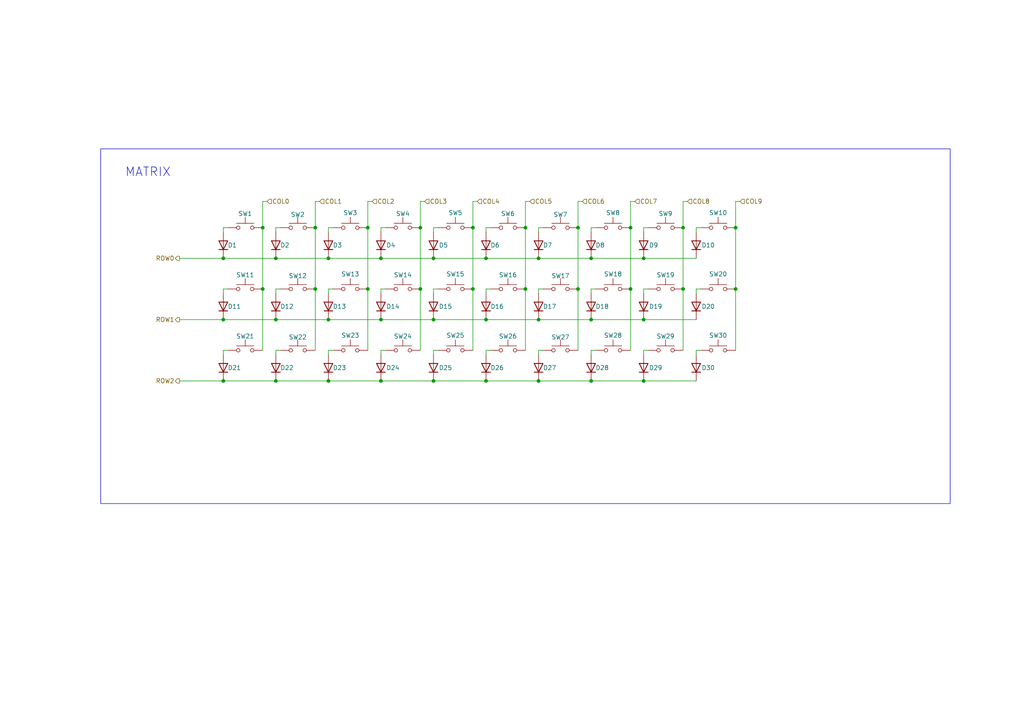
<source format=kicad_sch>
(kicad_sch (version 20231120) (generator "eeschema") (generator_version "8.0")
  (paper "A4")
  (title_block (title "Keyboard based on STM32L0xx") (date "2024-04-28") (rev "0.1") (company "https://github.com/Challmymind"))
  (lib_symbols
    (symbol "Device:D" (pin_numbers hide) (pin_names (offset 1.016) hide)
      (property "Reference" "D" (at 0 2.54 0))
      (property "Value" "D" (at 0 -2.54 0))
      (symbol "D_0_1"
        (polyline (pts (xy -1.27 1.27) (xy -1.27 -1.27)) (stroke (width 0.254)))
        (polyline (pts (xy 1.27 0) (xy -1.27 0)))
        (polyline (pts (xy 1.27 1.27) (xy 1.27 -1.27) (xy -1.27 0) (xy 1.27 1.27)) (stroke (width 0.254)))
      )
      (symbol "D_1_1"
        (pin passive line (at -3.81 0 0) (length 2.54) (name "K") (number "1"))
        (pin passive line (at 3.81 0 180) (length 2.54) (name "A") (number "2"))
      )
    )
    (symbol "Switch:SW_Push" (pin_numbers hide) (pin_names (offset 1.016) hide)
      (property "Reference" "SW" (at 1.27 2.54 0))
      (property "Value" "SW_Push" (at 0 -1.524 0))
      (symbol "SW_Push_0_1"
        (circle (center -2.032 0) (radius 0.508))
        (polyline (pts (xy 0 1.27) (xy 0 3.048)))
        (polyline (pts (xy 2.54 1.27) (xy -2.54 1.27)))
        (circle (center 2.032 0) (radius 0.508))
        (pin passive line (at -5.08 0 0) (length 2.54) (name "1") (number "1"))
        (pin passive line (at 5.08 0 180) (length 2.54) (name "2") (number "2"))
      )
    )
  )
  (junction (at 152.4 83.82))
  (junction (at 106.68 66.04))
  (junction (at 156.21 92.71))
  (junction (at 91.44 83.82))
  (junction (at 182.88 83.82))
  (junction (at 125.73 92.71))
  (junction (at 140.97 110.49))
  (junction (at 171.45 74.93))
  (junction (at 64.77 110.49))
  (junction (at 182.88 66.04))
  (junction (at 171.45 110.49))
  (junction (at 125.73 74.93))
  (junction (at 76.2 66.04))
  (junction (at 110.49 92.71))
  (junction (at 110.49 110.49))
  (junction (at 106.68 83.82))
  (junction (at 140.97 92.71))
  (junction (at 213.36 83.82))
  (junction (at 137.16 83.82))
  (junction (at 76.2 83.82))
  (junction (at 186.69 92.71))
  (junction (at 198.12 66.04))
  (junction (at 95.25 92.71))
  (junction (at 167.64 66.04))
  (junction (at 186.69 110.49))
  (junction (at 125.73 110.49))
  (junction (at 156.21 110.49))
  (junction (at 80.01 110.49))
  (junction (at 80.01 74.93))
  (junction (at 152.4 66.04))
  (junction (at 167.64 83.82))
  (junction (at 140.97 74.93))
  (junction (at 171.45 92.71))
  (junction (at 91.44 66.04))
  (junction (at 121.92 83.82))
  (junction (at 95.25 74.93))
  (junction (at 64.77 92.71))
  (junction (at 110.49 74.93))
  (junction (at 95.25 110.49))
  (junction (at 186.69 74.93))
  (junction (at 64.77 74.93))
  (junction (at 80.01 92.71))
  (junction (at 213.36 66.04))
  (junction (at 137.16 66.04))
  (junction (at 198.12 83.82))
  (junction (at 121.92 66.04))
  (junction (at 156.21 74.93))
  (wire (pts (xy 106.68 58.42) (xy 107.95 58.42)))
  (wire (pts (xy 64.77 92.71) (xy 80.01 92.71)))
  (wire (pts (xy 125.73 101.6) (xy 127 101.6)))
  (wire (pts (xy 186.69 74.93) (xy 201.93 74.93)))
  (wire (pts (xy 121.92 58.42) (xy 121.92 66.04)))
  (wire (pts (xy 64.77 102.87) (xy 64.77 101.6)))
  (wire (pts (xy 76.2 83.82) (xy 76.2 101.6)))
  (wire (pts (xy 52.07 110.49) (xy 64.77 110.49)))
  (wire (pts (xy 186.69 83.82) (xy 187.96 83.82)))
  (wire (pts (xy 137.16 58.42) (xy 137.16 66.04)))
  (wire (pts (xy 156.21 102.87) (xy 156.21 101.6)))
  (wire (pts (xy 125.73 83.82) (xy 127 83.82)))
  (wire (pts (xy 95.25 101.6) (xy 96.52 101.6)))
  (wire (pts (xy 110.49 110.49) (xy 125.73 110.49)))
  (wire (pts (xy 201.93 85.09) (xy 201.93 83.82)))
  (wire (pts (xy 213.36 58.42) (xy 214.63 58.42)))
  (wire (pts (xy 156.21 110.49) (xy 171.45 110.49)))
  (wire (pts (xy 171.45 66.04) (xy 172.72 66.04)))
  (wire (pts (xy 125.73 67.31) (xy 125.73 66.04)))
  (wire (pts (xy 110.49 85.09) (xy 110.49 83.82)))
  (wire (pts (xy 125.73 66.04) (xy 127 66.04)))
  (wire (pts (xy 201.93 102.87) (xy 201.93 101.6)))
  (wire (pts (xy 91.44 66.04) (xy 91.44 83.82)))
  (wire (pts (xy 201.93 101.6) (xy 203.2 101.6)))
  (wire (pts (xy 64.77 101.6) (xy 66.04 101.6)))
  (wire (pts (xy 95.25 85.09) (xy 95.25 83.82)))
  (wire (pts (xy 140.97 110.49) (xy 156.21 110.49)))
  (wire (pts (xy 198.12 58.42) (xy 199.39 58.42)))
  (wire (pts (xy 80.01 102.87) (xy 80.01 101.6)))
  (wire (pts (xy 186.69 92.71) (xy 201.93 92.71)))
  (wire (pts (xy 64.77 67.31) (xy 64.77 66.04)))
  (wire (pts (xy 167.64 58.42) (xy 168.91 58.42)))
  (wire (pts (xy 80.01 110.49) (xy 95.25 110.49)))
  (wire (pts (xy 182.88 66.04) (xy 182.88 83.82)))
  (wire (pts (xy 156.21 83.82) (xy 157.48 83.82)))
  (wire (pts (xy 76.2 58.42) (xy 76.2 66.04)))
  (wire (pts (xy 156.21 101.6) (xy 157.48 101.6)))
  (wire (pts (xy 186.69 85.09) (xy 186.69 83.82)))
  (wire (pts (xy 182.88 58.42) (xy 182.88 66.04)))
  (wire (pts (xy 140.97 67.31) (xy 140.97 66.04)))
  (wire (pts (xy 186.69 102.87) (xy 186.69 101.6)))
  (wire (pts (xy 152.4 66.04) (xy 152.4 83.82)))
  (wire (pts (xy 64.77 74.93) (xy 80.01 74.93)))
  (wire (pts (xy 80.01 101.6) (xy 81.28 101.6)))
  (wire (pts (xy 171.45 83.82) (xy 172.72 83.82)))
  (wire (pts (xy 121.92 83.82) (xy 121.92 101.6)))
  (wire (pts (xy 64.77 66.04) (xy 66.04 66.04)))
  (wire (pts (xy 152.4 58.42) (xy 152.4 66.04)))
  (wire (pts (xy 52.07 92.71) (xy 64.77 92.71)))
  (wire (pts (xy 182.88 83.82) (xy 182.88 101.6)))
  (wire (pts (xy 80.01 74.93) (xy 95.25 74.93)))
  (wire (pts (xy 95.25 67.31) (xy 95.25 66.04)))
  (wire (pts (xy 186.69 66.04) (xy 187.96 66.04)))
  (wire (pts (xy 80.01 83.82) (xy 81.28 83.82)))
  (wire (pts (xy 201.93 83.82) (xy 203.2 83.82)))
  (wire (pts (xy 152.4 58.42) (xy 153.67 58.42)))
  (wire (pts (xy 198.12 58.42) (xy 198.12 66.04)))
  (wire (pts (xy 110.49 83.82) (xy 111.76 83.82)))
  (wire (pts (xy 80.01 67.31) (xy 80.01 66.04)))
  (wire (pts (xy 110.49 67.31) (xy 110.49 66.04)))
  (wire (pts (xy 95.25 102.87) (xy 95.25 101.6)))
  (wire (pts (xy 152.4 83.82) (xy 152.4 101.6)))
  (wire (pts (xy 95.25 66.04) (xy 96.52 66.04)))
  (wire (pts (xy 156.21 92.71) (xy 171.45 92.71)))
  (wire (pts (xy 156.21 74.93) (xy 171.45 74.93)))
  (wire (pts (xy 91.44 83.82) (xy 91.44 101.6)))
  (wire (pts (xy 171.45 85.09) (xy 171.45 83.82)))
  (wire (pts (xy 140.97 102.87) (xy 140.97 101.6)))
  (wire (pts (xy 140.97 83.82) (xy 142.24 83.82)))
  (wire (pts (xy 80.01 66.04) (xy 81.28 66.04)))
  (wire (pts (xy 137.16 66.04) (xy 137.16 83.82)))
  (wire (pts (xy 76.2 66.04) (xy 76.2 83.82)))
  (wire (pts (xy 80.01 92.71) (xy 95.25 92.71)))
  (wire (pts (xy 80.01 85.09) (xy 80.01 83.82)))
  (wire (pts (xy 140.97 74.93) (xy 156.21 74.93)))
  (wire (pts (xy 125.73 92.71) (xy 140.97 92.71)))
  (wire (pts (xy 140.97 92.71) (xy 156.21 92.71)))
  (wire (pts (xy 125.73 74.93) (xy 140.97 74.93)))
  (wire (pts (xy 95.25 74.93) (xy 110.49 74.93)))
  (wire (pts (xy 106.68 58.42) (xy 106.68 66.04)))
  (wire (pts (xy 167.64 66.04) (xy 167.64 83.82)))
  (wire (pts (xy 64.77 83.82) (xy 66.04 83.82)))
  (wire (pts (xy 140.97 85.09) (xy 140.97 83.82)))
  (wire (pts (xy 198.12 83.82) (xy 198.12 101.6)))
  (wire (pts (xy 171.45 67.31) (xy 171.45 66.04)))
  (wire (pts (xy 95.25 83.82) (xy 96.52 83.82)))
  (wire (pts (xy 171.45 74.93) (xy 186.69 74.93)))
  (wire (pts (xy 186.69 101.6) (xy 187.96 101.6)))
  (wire (pts (xy 125.73 102.87) (xy 125.73 101.6)))
  (wire (pts (xy 171.45 101.6) (xy 172.72 101.6)))
  (wire (pts (xy 121.92 58.42) (xy 123.19 58.42)))
  (wire (pts (xy 137.16 83.82) (xy 137.16 101.6)))
  (wire (pts (xy 140.97 101.6) (xy 142.24 101.6)))
  (wire (pts (xy 213.36 58.42) (xy 213.36 66.04)))
  (wire (pts (xy 213.36 83.82) (xy 213.36 101.6)))
  (wire (pts (xy 140.97 66.04) (xy 142.24 66.04)))
  (wire (pts (xy 171.45 110.49) (xy 186.69 110.49)))
  (wire (pts (xy 121.92 66.04) (xy 121.92 83.82)))
  (wire (pts (xy 167.64 83.82) (xy 167.64 101.6)))
  (wire (pts (xy 91.44 58.42) (xy 91.44 66.04)))
  (wire (pts (xy 110.49 102.87) (xy 110.49 101.6)))
  (wire (pts (xy 110.49 66.04) (xy 111.76 66.04)))
  (wire (pts (xy 91.44 58.42) (xy 92.71 58.42)))
  (wire (pts (xy 213.36 66.04) (xy 213.36 83.82)))
  (wire (pts (xy 201.93 67.31) (xy 201.93 66.04)))
  (wire (pts (xy 106.68 66.04) (xy 106.68 83.82)))
  (wire (pts (xy 167.64 58.42) (xy 167.64 66.04)))
  (wire (pts (xy 137.16 58.42) (xy 138.43 58.42)))
  (wire (pts (xy 110.49 101.6) (xy 111.76 101.6)))
  (wire (pts (xy 110.49 92.71) (xy 125.73 92.71)))
  (wire (pts (xy 125.73 85.09) (xy 125.73 83.82)))
  (wire (pts (xy 95.25 110.49) (xy 110.49 110.49)))
  (wire (pts (xy 76.2 58.42) (xy 77.47 58.42)))
  (wire (pts (xy 64.77 110.49) (xy 80.01 110.49)))
  (wire (pts (xy 171.45 92.71) (xy 186.69 92.71)))
  (wire (pts (xy 198.12 66.04) (xy 198.12 83.82)))
  (wire (pts (xy 64.77 85.09) (xy 64.77 83.82)))
  (wire (pts (xy 125.73 110.49) (xy 140.97 110.49)))
  (wire (pts (xy 186.69 67.31) (xy 186.69 66.04)))
  (wire (pts (xy 95.25 92.71) (xy 110.49 92.71)))
  (wire (pts (xy 182.88 58.42) (xy 184.15 58.42)))
  (wire (pts (xy 156.21 66.04) (xy 157.48 66.04)))
  (wire (pts (xy 186.69 110.49) (xy 201.93 110.49)))
  (wire (pts (xy 171.45 102.87) (xy 171.45 101.6)))
  (wire (pts (xy 52.07 74.93) (xy 64.77 74.93)))
  (wire (pts (xy 156.21 67.31) (xy 156.21 66.04)))
  (wire (pts (xy 201.93 66.04) (xy 203.2 66.04)))
  (wire (pts (xy 156.21 85.09) (xy 156.21 83.82)))
  (wire (pts (xy 106.68 83.82) (xy 106.68 101.6)))
  (wire (pts (xy 110.49 74.93) (xy 125.73 74.93)))
  (rectangle (start 29.21 43.18) (end 275.59 146.05))
  (text "MATRIX" (at 42.926 50.038 0) (effects (font (size 2.54 2.54))))
  (hierarchical_label "COL4" (shape input) (at 138.43 58.42 0))
  (hierarchical_label "COL6" (shape input) (at 168.91 58.42 0))
  (hierarchical_label "COL3" (shape input) (at 123.19 58.42 0))
  (hierarchical_label "ROW0" (shape output) (at 52.07 74.93 180))
  (hierarchical_label "COL7" (shape input) (at 184.15 58.42 0))
  (hierarchical_label "ROW1" (shape output) (at 52.07 92.71 180))
  (hierarchical_label "COL0" (shape input) (at 77.47 58.42 0))
  (hierarchical_label "COL5" (shape input) (at 153.67 58.42 0))
  (hierarchical_label "COL8" (shape input) (at 199.39 58.42 0))
  (hierarchical_label "COL9" (shape input) (at 214.63 58.42 0))
  (hierarchical_label "COL2" (shape input) (at 107.95 58.42 0))
  (hierarchical_label "ROW2" (shape output) (at 52.07 110.49 180))
  (hierarchical_label "COL1" (shape input) (at 92.71 58.42 0))
  (symbol (lib_id "Switch:SW_Push") (at 147.32 83.82 0) (unit 1)
    (property "Reference" "SW16" (at 147.32 79.756 0))
    (property "Value" "SW_Push" (effects (hide yes)))
    (property "Footprint" "my_switch:SW_Cherry_MX_1.00u_PCB_no_support_stems" (effects (hide yes)))
    (property "Description" "Push button switch, generic, two pins" (effects (hide yes)))
  )
  (symbol (lib_id "Device:D") (at 110.49 106.68 90) (unit 1)
    (property "Reference" "D24" (at 112.014 106.68 90) (effects (justify right)))
    (property "Value" "D" (effects (hide yes)))
    (property "Footprint" "Diode_SMD:D_SOD-123" (effects (hide yes)))
    (property "Datasheet" "621-1N4148W-F" (effects (hide yes)))
    (property "Description" "Diode" (effects (hide yes)))
    (property "Sim.Device" "D" (effects (hide yes)))
    (property "Sim.Pins" "1=K 2=A" (effects (hide yes)))
  )
  (symbol (lib_id "Device:D") (at 95.25 106.68 90) (unit 1)
    (property "Reference" "D23" (at 96.52 106.68 90) (effects (justify right)))
    (property "Value" "D" (effects (hide yes)))
    (property "Footprint" "Diode_SMD:D_SOD-123" (effects (hide yes)))
    (property "Datasheet" "621-1N4148W-F" (effects (hide yes)))
    (property "Description" "Diode" (effects (hide yes)))
    (property "Sim.Device" "D" (effects (hide yes)))
    (property "Sim.Pins" "1=K 2=A" (effects (hide yes)))
  )
  (symbol (lib_id "Device:D") (at 110.49 71.12 90) (unit 1)
    (property "Reference" "D4" (at 112.014 71.12 90) (effects (justify right)))
    (property "Value" "D" (effects (hide yes)))
    (property "Footprint" "Diode_SMD:D_SOD-123" (effects (hide yes)))
    (property "Datasheet" "621-1N4148W-F" (effects (hide yes)))
    (property "Description" "Diode" (effects (hide yes)))
    (property "Sim.Device" "D" (effects (hide yes)))
    (property "Sim.Pins" "1=K 2=A" (effects (hide yes)))
  )
  (symbol (lib_id "Switch:SW_Push") (at 71.12 83.82 0) (unit 1)
    (property "Reference" "SW11" (at 71.12 79.756 0))
    (property "Value" "SW_Push" (effects (hide yes)))
    (property "Footprint" "my_switch:SW_Cherry_MX_1.00u_PCB_no_support_stems" (effects (hide yes)))
    (property "Description" "Push button switch, generic, two pins" (effects (hide yes)))
  )
  (symbol (lib_id "Device:D") (at 201.93 88.9 90) (unit 1)
    (property "Reference" "D20" (at 203.454 88.9 90) (effects (justify right)))
    (property "Value" "D" (effects (hide yes)))
    (property "Footprint" "Diode_SMD:D_SOD-123" (effects (hide yes)))
    (property "Datasheet" "621-1N4148W-F" (effects (hide yes)))
    (property "Description" "Diode" (effects (hide yes)))
    (property "Sim.Device" "D" (effects (hide yes)))
    (property "Sim.Pins" "1=K 2=A" (effects (hide yes)))
  )
  (symbol (lib_id "Device:D") (at 171.45 88.9 90) (unit 1)
    (property "Reference" "D18" (at 172.72 88.9 90) (effects (justify right)))
    (property "Value" "D" (effects (hide yes)))
    (property "Footprint" "Diode_SMD:D_SOD-123" (effects (hide yes)))
    (property "Datasheet" "621-1N4148W-F" (effects (hide yes)))
    (property "Description" "Diode" (effects (hide yes)))
    (property "Sim.Device" "D" (effects (hide yes)))
    (property "Sim.Pins" "1=K 2=A" (effects (hide yes)))
  )
  (symbol (lib_id "Device:D") (at 95.25 88.9 90) (unit 1)
    (property "Reference" "D13" (at 96.52 88.9 90) (effects (justify right)))
    (property "Value" "D" (effects (hide yes)))
    (property "Footprint" "Diode_SMD:D_SOD-123" (effects (hide yes)))
    (property "Datasheet" "621-1N4148W-F" (effects (hide yes)))
    (property "Description" "Diode" (effects (hide yes)))
    (property "Sim.Device" "D" (effects (hide yes)))
    (property "Sim.Pins" "1=K 2=A" (effects (hide yes)))
  )
  (symbol (lib_id "Switch:SW_Push") (at 208.28 101.6 0) (unit 1)
    (property "Reference" "SW30" (at 208.28 97.282 0))
    (property "Value" "SW_Push" (effects (hide yes)))
    (property "Footprint" "my_switch:SW_Cherry_MX_1.00u_PCB_no_support_stems" (effects (hide yes)))
    (property "Description" "Push button switch, generic, two pins" (effects (hide yes)))
  )
  (symbol (lib_id "Device:D") (at 171.45 106.68 90) (unit 1)
    (property "Reference" "D28" (at 172.72 106.68 90) (effects (justify right)))
    (property "Value" "D" (effects (hide yes)))
    (property "Footprint" "Diode_SMD:D_SOD-123" (effects (hide yes)))
    (property "Datasheet" "621-1N4148W-F" (effects (hide yes)))
    (property "Description" "Diode" (effects (hide yes)))
    (property "Sim.Device" "D" (effects (hide yes)))
    (property "Sim.Pins" "1=K 2=A" (effects (hide yes)))
  )
  (symbol (lib_id "Device:D") (at 140.97 106.68 90) (unit 1)
    (property "Reference" "D26" (at 142.24 106.68 90) (effects (justify right)))
    (property "Value" "D" (effects (hide yes)))
    (property "Footprint" "Diode_SMD:D_SOD-123" (effects (hide yes)))
    (property "Datasheet" "621-1N4148W-F" (effects (hide yes)))
    (property "Description" "Diode" (effects (hide yes)))
    (property "Sim.Device" "D" (effects (hide yes)))
    (property "Sim.Pins" "1=K 2=A" (effects (hide yes)))
  )
  (symbol (lib_id "Switch:SW_Push") (at 147.32 66.04 0) (unit 1)
    (property "Reference" "SW6" (at 147.32 61.976 0))
    (property "Value" "SW_Push" (effects (hide yes)))
    (property "Footprint" "my_switch:SW_Cherry_MX_1.00u_PCB_no_support_stems" (effects (hide yes)))
    (property "Description" "Push button switch, generic, two pins" (effects (hide yes)))
  )
  (symbol (lib_id "Switch:SW_Push") (at 193.04 66.04 0) (unit 1)
    (property "Reference" "SW9" (at 193.04 61.976 0))
    (property "Value" "SW_Push" (effects (hide yes)))
    (property "Footprint" "my_switch:SW_Cherry_MX_1.00u_PCB_no_support_stems" (effects (hide yes)))
    (property "Description" "Push button switch, generic, two pins" (effects (hide yes)))
  )
  (symbol (lib_id "Switch:SW_Push") (at 162.56 83.82 0) (unit 1)
    (property "Reference" "SW17" (at 162.56 80.01 0))
    (property "Value" "SW_Push" (effects (hide yes)))
    (property "Footprint" "my_switch:SW_Cherry_MX_1.00u_PCB_no_support_stems" (effects (hide yes)))
    (property "Description" "Push button switch, generic, two pins" (effects (hide yes)))
  )
  (symbol (lib_id "Switch:SW_Push") (at 132.08 101.6 0) (unit 1)
    (property "Reference" "SW25" (at 132.08 97.282 0))
    (property "Value" "SW_Push" (effects (hide yes)))
    (property "Footprint" "my_switch:SW_Cherry_MX_1.00u_PCB_no_support_stems" (effects (hide yes)))
    (property "Description" "Push button switch, generic, two pins" (effects (hide yes)))
  )
  (symbol (lib_id "Device:D") (at 80.01 106.68 90) (unit 1)
    (property "Reference" "D22" (at 81.28 106.68 90) (effects (justify right)))
    (property "Value" "D" (effects (hide yes)))
    (property "Footprint" "Diode_SMD:D_SOD-123" (effects (hide yes)))
    (property "Datasheet" "621-1N4148W-F" (effects (hide yes)))
    (property "Description" "Diode" (effects (hide yes)))
    (property "Sim.Device" "D" (effects (hide yes)))
    (property "Sim.Pins" "1=K 2=A" (effects (hide yes)))
  )
  (symbol (lib_id "Device:D") (at 186.69 106.68 90) (unit 1)
    (property "Reference" "D29" (at 188.214 106.68 90) (effects (justify right)))
    (property "Value" "D" (effects (hide yes)))
    (property "Footprint" "Diode_SMD:D_SOD-123" (effects (hide yes)))
    (property "Datasheet" "621-1N4148W-F" (effects (hide yes)))
    (property "Description" "Diode" (effects (hide yes)))
    (property "Sim.Device" "D" (effects (hide yes)))
    (property "Sim.Pins" "1=K 2=A" (effects (hide yes)))
  )
  (symbol (lib_id "Device:D") (at 156.21 106.68 90) (unit 1)
    (property "Reference" "D27" (at 157.48 106.68 90) (effects (justify right)))
    (property "Value" "D" (effects (hide yes)))
    (property "Footprint" "Diode_SMD:D_SOD-123" (effects (hide yes)))
    (property "Datasheet" "621-1N4148W-F" (effects (hide yes)))
    (property "Description" "Diode" (effects (hide yes)))
    (property "Sim.Device" "D" (effects (hide yes)))
    (property "Sim.Pins" "1=K 2=A" (effects (hide yes)))
  )
  (symbol (lib_id "Device:D") (at 171.45 71.12 90) (unit 1)
    (property "Reference" "D8" (at 172.72 71.12 90) (effects (justify right)))
    (property "Value" "D" (effects (hide yes)))
    (property "Footprint" "Diode_SMD:D_SOD-123" (effects (hide yes)))
    (property "Datasheet" "621-1N4148W-F" (effects (hide yes)))
    (property "Description" "Diode" (effects (hide yes)))
    (property "Sim.Device" "D" (effects (hide yes)))
    (property "Sim.Pins" "1=K 2=A" (effects (hide yes)))
  )
  (symbol (lib_id "Switch:SW_Push") (at 193.04 83.82 0) (unit 1)
    (property "Reference" "SW19" (at 193.04 79.756 0))
    (property "Value" "SW_Push" (effects (hide yes)))
    (property "Footprint" "my_switch:SW_Cherry_MX_1.00u_PCB_no_support_stems" (effects (hide yes)))
    (property "Description" "Push button switch, generic, two pins" (effects (hide yes)))
  )
  (symbol (lib_id "Switch:SW_Push") (at 86.36 101.6 0) (unit 1)
    (property "Reference" "SW22" (at 86.36 97.79 0))
    (property "Value" "SW_Push" (effects (hide yes)))
    (property "Footprint" "my_switch:SW_Cherry_MX_1.00u_PCB_no_support_stems" (effects (hide yes)))
    (property "Description" "Push button switch, generic, two pins" (effects (hide yes)))
  )
  (symbol (lib_id "Switch:SW_Push") (at 101.6 101.6 0) (unit 1)
    (property "Reference" "SW23" (at 101.6 97.282 0))
    (property "Value" "SW_Push" (effects (hide yes)))
    (property "Footprint" "my_switch:SW_Cherry_MX_1.00u_PCB_no_support_stems" (effects (hide yes)))
    (property "Description" "Push button switch, generic, two pins" (effects (hide yes)))
  )
  (symbol (lib_id "Switch:SW_Push") (at 177.8 101.6 0) (unit 1)
    (property "Reference" "SW28" (at 177.8 97.282 0))
    (property "Value" "SW_Push" (effects (hide yes)))
    (property "Footprint" "my_switch:SW_Cherry_MX_1.00u_PCB_no_support_stems" (effects (hide yes)))
    (property "Description" "Push button switch, generic, two pins" (effects (hide yes)))
  )
  (symbol (lib_id "Device:D") (at 125.73 71.12 90) (unit 1)
    (property "Reference" "D5" (at 127.254 71.12 90) (effects (justify right)))
    (property "Value" "D" (effects (hide yes)))
    (property "Footprint" "Diode_SMD:D_SOD-123" (effects (hide yes)))
    (property "Datasheet" "621-1N4148W-F" (effects (hide yes)))
    (property "Description" "Diode" (effects (hide yes)))
    (property "Sim.Device" "D" (effects (hide yes)))
    (property "Sim.Pins" "1=K 2=A" (effects (hide yes)))
  )
  (symbol (lib_id "Device:D") (at 140.97 88.9 90) (unit 1)
    (property "Reference" "D16" (at 142.24 88.9 90) (effects (justify right)))
    (property "Value" "D" (effects (hide yes)))
    (property "Footprint" "Diode_SMD:D_SOD-123" (effects (hide yes)))
    (property "Datasheet" "621-1N4148W-F" (effects (hide yes)))
    (property "Description" "Diode" (effects (hide yes)))
    (property "Sim.Device" "D" (effects (hide yes)))
    (property "Sim.Pins" "1=K 2=A" (effects (hide yes)))
  )
  (symbol (lib_id "Switch:SW_Push") (at 208.28 83.82 0) (unit 1)
    (property "Reference" "SW20" (at 208.28 79.502 0))
    (property "Value" "SW_Push" (effects (hide yes)))
    (property "Footprint" "my_switch:SW_Cherry_MX_1.00u_PCB_no_support_stems" (effects (hide yes)))
    (property "Description" "Push button switch, generic, two pins" (effects (hide yes)))
  )
  (symbol (lib_id "Switch:SW_Push") (at 177.8 83.82 0) (unit 1)
    (property "Reference" "SW18" (at 177.8 79.502 0))
    (property "Value" "SW_Push" (effects (hide yes)))
    (property "Footprint" "my_switch:SW_Cherry_MX_1.00u_PCB_no_support_stems" (effects (hide yes)))
    (property "Description" "Push button switch, generic, two pins" (effects (hide yes)))
  )
  (symbol (lib_id "Device:D") (at 80.01 71.12 90) (unit 1)
    (property "Reference" "D2" (at 81.28 71.12 90) (effects (justify right)))
    (property "Value" "D" (effects (hide yes)))
    (property "Footprint" "Diode_SMD:D_SOD-123" (effects (hide yes)))
    (property "Datasheet" "621-1N4148W-F" (effects (hide yes)))
    (property "Description" "Diode" (effects (hide yes)))
    (property "Sim.Device" "D" (effects (hide yes)))
    (property "Sim.Pins" "1=K 2=A" (effects (hide yes)))
  )
  (symbol (lib_id "Switch:SW_Push") (at 116.84 66.04 0) (unit 1)
    (property "Reference" "SW4" (at 116.84 61.976 0))
    (property "Value" "SW_Push" (effects (hide yes)))
    (property "Footprint" "my_switch:SW_Cherry_MX_1.00u_PCB_no_support_stems" (effects (hide yes)))
    (property "Description" "Push button switch, generic, two pins" (effects (hide yes)))
  )
  (symbol (lib_id "Device:D") (at 110.49 88.9 90) (unit 1)
    (property "Reference" "D14" (at 112.014 88.9 90) (effects (justify right)))
    (property "Value" "D" (effects (hide yes)))
    (property "Footprint" "Diode_SMD:D_SOD-123" (effects (hide yes)))
    (property "Datasheet" "621-1N4148W-F" (effects (hide yes)))
    (property "Description" "Diode" (effects (hide yes)))
    (property "Sim.Device" "D" (effects (hide yes)))
    (property "Sim.Pins" "1=K 2=A" (effects (hide yes)))
  )
  (symbol (lib_id "Device:D") (at 201.93 71.12 90) (unit 1)
    (property "Reference" "D10" (at 203.454 71.12 90) (effects (justify right)))
    (property "Value" "D" (effects (hide yes)))
    (property "Footprint" "Diode_SMD:D_SOD-123" (effects (hide yes)))
    (property "Datasheet" "621-1N4148W-F" (effects (hide yes)))
    (property "Description" "Diode" (effects (hide yes)))
    (property "Sim.Device" "D" (effects (hide yes)))
    (property "Sim.Pins" "1=K 2=A" (effects (hide yes)))
  )
  (symbol (lib_id "Switch:SW_Push") (at 132.08 66.04 0) (unit 1)
    (property "Reference" "SW5" (at 132.08 61.722 0))
    (property "Value" "SW_Push" (effects (hide yes)))
    (property "Footprint" "my_switch:SW_Cherry_MX_1.00u_PCB_no_support_stems" (effects (hide yes)))
    (property "Description" "Push button switch, generic, two pins" (effects (hide yes)))
  )
  (symbol (lib_id "Device:D") (at 125.73 88.9 90) (unit 1)
    (property "Reference" "D15" (at 127.254 88.9 90) (effects (justify right)))
    (property "Value" "D" (effects (hide yes)))
    (property "Footprint" "Diode_SMD:D_SOD-123" (effects (hide yes)))
    (property "Datasheet" "621-1N4148W-F" (effects (hide yes)))
    (property "Description" "Diode" (effects (hide yes)))
    (property "Sim.Device" "D" (effects (hide yes)))
    (property "Sim.Pins" "1=K 2=A" (effects (hide yes)))
  )
  (symbol (lib_id "Switch:SW_Push") (at 71.12 66.04 0) (unit 1)
    (property "Reference" "SW1" (at 71.12 61.976 0))
    (property "Value" "SW_Push" (effects (hide yes)))
    (property "Footprint" "my_switch:SW_Cherry_MX_1.00u_PCB_no_support_stems" (effects (hide yes)))
    (property "Description" "Push button switch, generic, two pins" (effects (hide yes)))
  )
  (symbol (lib_id "Device:D") (at 80.01 88.9 90) (unit 1)
    (property "Reference" "D12" (at 81.28 88.9 90) (effects (justify right)))
    (property "Value" "D" (effects (hide yes)))
    (property "Footprint" "Diode_SMD:D_SOD-123" (effects (hide yes)))
    (property "Datasheet" "621-1N4148W-F" (effects (hide yes)))
    (property "Description" "Diode" (effects (hide yes)))
    (property "Sim.Device" "D" (effects (hide yes)))
    (property "Sim.Pins" "1=K 2=A" (effects (hide yes)))
  )
  (symbol (lib_id "Switch:SW_Push") (at 71.12 101.6 0) (unit 1)
    (property "Reference" "SW21" (at 71.12 97.536 0))
    (property "Value" "SW_Push" (effects (hide yes)))
    (property "Footprint" "my_switch:SW_Cherry_MX_1.00u_PCB_no_support_stems" (effects (hide yes)))
    (property "Description" "Push button switch, generic, two pins" (effects (hide yes)))
  )
  (symbol (lib_id "Device:D") (at 95.25 71.12 90) (unit 1)
    (property "Reference" "D3" (at 96.52 71.12 90) (effects (justify right)))
    (property "Value" "D" (effects (hide yes)))
    (property "Footprint" "Diode_SMD:D_SOD-123" (effects (hide yes)))
    (property "Datasheet" "621-1N4148W-F" (effects (hide yes)))
    (property "Description" "Diode" (effects (hide yes)))
    (property "Sim.Device" "D" (effects (hide yes)))
    (property "Sim.Pins" "1=K 2=A" (effects (hide yes)))
  )
  (symbol (lib_id "Switch:SW_Push") (at 193.04 101.6 0) (unit 1)
    (property "Reference" "SW29" (at 193.04 97.536 0))
    (property "Value" "SW_Push" (effects (hide yes)))
    (property "Footprint" "my_switch:SW_Cherry_MX_1.00u_PCB_no_support_stems" (effects (hide yes)))
    (property "Description" "Push button switch, generic, two pins" (effects (hide yes)))
  )
  (symbol (lib_id "Device:D") (at 64.77 106.68 90) (unit 1)
    (property "Reference" "D21" (at 66.04 106.68 90) (effects (justify right)))
    (property "Value" "D" (effects (hide yes)))
    (property "Footprint" "Diode_SMD:D_SOD-123" (effects (hide yes)))
    (property "Datasheet" "621-1N4148W-F" (effects (hide yes)))
    (property "Description" "Diode" (effects (hide yes)))
    (property "Sim.Device" "D" (effects (hide yes)))
    (property "Sim.Pins" "1=K 2=A" (effects (hide yes)))
  )
  (symbol (lib_id "Switch:SW_Push") (at 101.6 83.82 0) (unit 1)
    (property "Reference" "SW13" (at 101.6 79.502 0))
    (property "Value" "SW_Push" (effects (hide yes)))
    (property "Footprint" "my_switch:SW_Cherry_MX_1.00u_PCB_no_support_stems" (effects (hide yes)))
    (property "Description" "Push button switch, generic, two pins" (effects (hide yes)))
  )
  (symbol (lib_id "Switch:SW_Push") (at 208.28 66.04 0) (unit 1)
    (property "Reference" "SW10" (at 208.28 61.722 0))
    (property "Value" "SW_Push" (effects (hide yes)))
    (property "Footprint" "my_switch:SW_Cherry_MX_1.00u_PCB_no_support_stems" (effects (hide yes)))
    (property "Description" "Push button switch, generic, two pins" (effects (hide yes)))
  )
  (symbol (lib_id "Switch:SW_Push") (at 116.84 101.6 0) (unit 1)
    (property "Reference" "SW24" (at 116.84 97.536 0))
    (property "Value" "SW_Push" (effects (hide yes)))
    (property "Footprint" "my_switch:SW_Cherry_MX_1.00u_PCB_no_support_stems" (effects (hide yes)))
    (property "Description" "Push button switch, generic, two pins" (effects (hide yes)))
  )
  (symbol (lib_id "Switch:SW_Push") (at 86.36 83.82 0) (unit 1)
    (property "Reference" "SW12" (at 86.36 80.01 0))
    (property "Value" "SW_Push" (effects (hide yes)))
    (property "Footprint" "my_switch:SW_Cherry_MX_1.00u_PCB_no_support_stems" (effects (hide yes)))
    (property "Description" "Push button switch, generic, two pins" (effects (hide yes)))
  )
  (symbol (lib_id "Device:D") (at 140.97 71.12 90) (unit 1)
    (property "Reference" "D6" (at 142.24 71.12 90) (effects (justify right)))
    (property "Value" "D" (effects (hide yes)))
    (property "Footprint" "Diode_SMD:D_SOD-123" (effects (hide yes)))
    (property "Datasheet" "621-1N4148W-F" (effects (hide yes)))
    (property "Description" "Diode" (effects (hide yes)))
    (property "Sim.Device" "D" (effects (hide yes)))
    (property "Sim.Pins" "1=K 2=A" (effects (hide yes)))
  )
  (symbol (lib_id "Switch:SW_Push") (at 147.32 101.6 0) (unit 1)
    (property "Reference" "SW26" (at 147.32 97.536 0))
    (property "Value" "SW_Push" (effects (hide yes)))
    (property "Footprint" "my_switch:SW_Cherry_MX_1.00u_PCB_no_support_stems" (effects (hide yes)))
    (property "Description" "Push button switch, generic, two pins" (effects (hide yes)))
  )
  (symbol (lib_id "Switch:SW_Push") (at 177.8 66.04 0) (unit 1)
    (property "Reference" "SW8" (at 177.8 61.722 0))
    (property "Value" "SW_Push" (effects (hide yes)))
    (property "Footprint" "my_switch:SW_Cherry_MX_1.00u_PCB_no_support_stems" (effects (hide yes)))
    (property "Description" "Push button switch, generic, two pins" (effects (hide yes)))
  )
  (symbol (lib_id "Switch:SW_Push") (at 116.84 83.82 0) (unit 1)
    (property "Reference" "SW14" (at 116.84 79.756 0))
    (property "Value" "SW_Push" (effects (hide yes)))
    (property "Footprint" "my_switch:SW_Cherry_MX_1.00u_PCB_no_support_stems" (effects (hide yes)))
    (property "Description" "Push button switch, generic, two pins" (effects (hide yes)))
  )
  (symbol (lib_id "Switch:SW_Push") (at 162.56 101.6 0) (unit 1)
    (property "Reference" "SW27" (at 162.56 97.79 0))
    (property "Value" "SW_Push" (effects (hide yes)))
    (property "Footprint" "my_switch:SW_Cherry_MX_1.00u_PCB_no_support_stems" (effects (hide yes)))
    (property "Description" "Push button switch, generic, two pins" (effects (hide yes)))
  )
  (symbol (lib_id "Device:D") (at 156.21 71.12 90) (unit 1)
    (property "Reference" "D7" (at 157.48 71.12 90) (effects (justify right)))
    (property "Value" "D" (effects (hide yes)))
    (property "Footprint" "Diode_SMD:D_SOD-123" (effects (hide yes)))
    (property "Datasheet" "621-1N4148W-F" (effects (hide yes)))
    (property "Description" "Diode" (effects (hide yes)))
    (property "Sim.Device" "D" (effects (hide yes)))
    (property "Sim.Pins" "1=K 2=A" (effects (hide yes)))
  )
  (symbol (lib_id "Switch:SW_Push") (at 162.56 66.04 0) (unit 1)
    (property "Reference" "SW7" (at 162.56 62.23 0))
    (property "Value" "SW_Push" (effects (hide yes)))
    (property "Footprint" "my_switch:SW_Cherry_MX_1.00u_PCB_no_support_stems" (effects (hide yes)))
    (property "Description" "Push button switch, generic, two pins" (effects (hide yes)))
  )
  (symbol (lib_id "Switch:SW_Push") (at 132.08 83.82 0) (unit 1)
    (property "Reference" "SW15" (at 132.08 79.502 0))
    (property "Value" "SW_Push" (effects (hide yes)))
    (property "Footprint" "my_switch:SW_Cherry_MX_1.00u_PCB_no_support_stems" (effects (hide yes)))
    (property "Description" "Push button switch, generic, two pins" (effects (hide yes)))
  )
  (symbol (lib_id "Device:D") (at 64.77 88.9 90) (unit 1)
    (property "Reference" "D11" (at 66.04 88.9 90) (effects (justify right)))
    (property "Value" "D" (effects (hide yes)))
    (property "Footprint" "Diode_SMD:D_SOD-123" (effects (hide yes)))
    (property "Datasheet" "621-1N4148W-F" (effects (hide yes)))
    (property "Description" "Diode" (effects (hide yes)))
    (property "Sim.Device" "D" (effects (hide yes)))
    (property "Sim.Pins" "1=K 2=A" (effects (hide yes)))
  )
  (symbol (lib_id "Switch:SW_Push") (at 86.36 66.04 0) (unit 1)
    (property "Reference" "SW2" (at 86.36 62.23 0))
    (property "Value" "SW_Push" (effects (hide yes)))
    (property "Footprint" "my_switch:SW_Cherry_MX_1.00u_PCB_no_support_stems" (effects (hide yes)))
    (property "Description" "Push button switch, generic, two pins" (effects (hide yes)))
  )
  (symbol (lib_id "Device:D") (at 201.93 106.68 90) (unit 1)
    (property "Reference" "D30" (at 203.454 106.68 90) (effects (justify right)))
    (property "Value" "D" (effects (hide yes)))
    (property "Footprint" "Diode_SMD:D_SOD-123" (effects (hide yes)))
    (property "Datasheet" "621-1N4148W-F" (effects (hide yes)))
    (property "Description" "Diode" (effects (hide yes)))
    (property "Sim.Device" "D" (effects (hide yes)))
    (property "Sim.Pins" "1=K 2=A" (effects (hide yes)))
  )
  (symbol (lib_id "Device:D") (at 186.69 71.12 90) (unit 1)
    (property "Reference" "D9" (at 188.214 71.12 90) (effects (justify right)))
    (property "Value" "D" (effects (hide yes)))
    (property "Footprint" "Diode_SMD:D_SOD-123" (effects (hide yes)))
    (property "Datasheet" "621-1N4148W-F" (effects (hide yes)))
    (property "Description" "Diode" (effects (hide yes)))
    (property "Sim.Device" "D" (effects (hide yes)))
    (property "Sim.Pins" "1=K 2=A" (effects (hide yes)))
  )
  (symbol (lib_id "Device:D") (at 64.77 71.12 90) (unit 1)
    (property "Reference" "D1" (at 66.04 71.12 90) (effects (justify right)))
    (property "Value" "D" (effects (hide yes)))
    (property "Footprint" "Diode_SMD:D_SOD-123" (effects (hide yes)))
    (property "Datasheet" "621-1N4148W-F" (effects (hide yes)))
    (property "Description" "Diode" (effects (hide yes)))
    (property "Sim.Device" "D" (effects (hide yes)))
    (property "Sim.Pins" "1=K 2=A" (effects (hide yes)))
  )
  (symbol (lib_id "Device:D") (at 156.21 88.9 90) (unit 1)
    (property "Reference" "D17" (at 157.48 88.9 90) (effects (justify right)))
    (property "Value" "D" (effects (hide yes)))
    (property "Footprint" "Diode_SMD:D_SOD-123" (effects (hide yes)))
    (property "Datasheet" "621-1N4148W-F" (effects (hide yes)))
    (property "Description" "Diode" (effects (hide yes)))
    (property "Sim.Device" "D" (effects (hide yes)))
    (property "Sim.Pins" "1=K 2=A" (effects (hide yes)))
  )
  (symbol (lib_id "Device:D") (at 125.73 106.68 90) (unit 1)
    (property "Reference" "D25" (at 127.254 106.68 90) (effects (justify right)))
    (property "Value" "D" (effects (hide yes)))
    (property "Footprint" "Diode_SMD:D_SOD-123" (effects (hide yes)))
    (property "Datasheet" "621-1N4148W-F" (effects (hide yes)))
    (property "Description" "Diode" (effects (hide yes)))
    (property "Sim.Device" "D" (effects (hide yes)))
    (property "Sim.Pins" "1=K 2=A" (effects (hide yes)))
  )
  (symbol (lib_id "Switch:SW_Push") (at 101.6 66.04 0) (unit 1)
    (property "Reference" "SW3" (at 101.6 61.722 0))
    (property "Value" "SW_Push" (effects (hide yes)))
    (property "Footprint" "my_switch:SW_Cherry_MX_1.00u_PCB_no_support_stems" (effects (hide yes)))
    (property "Description" "Push button switch, generic, two pins" (effects (hide yes)))
  )
  (symbol (lib_id "Device:D") (at 186.69 88.9 90) (unit 1)
    (property "Reference" "D19" (at 188.214 88.9 90) (effects (justify right)))
    (property "Value" "D" (effects (hide yes)))
    (property "Footprint" "Diode_SMD:D_SOD-123" (effects (hide yes)))
    (property "Datasheet" "621-1N4148W-F" (effects (hide yes)))
    (property "Description" "Diode" (effects (hide yes)))
    (property "Sim.Device" "D" (effects (hide yes)))
    (property "Sim.Pins" "1=K 2=A" (effects (hide yes)))
  )
)
</source>
